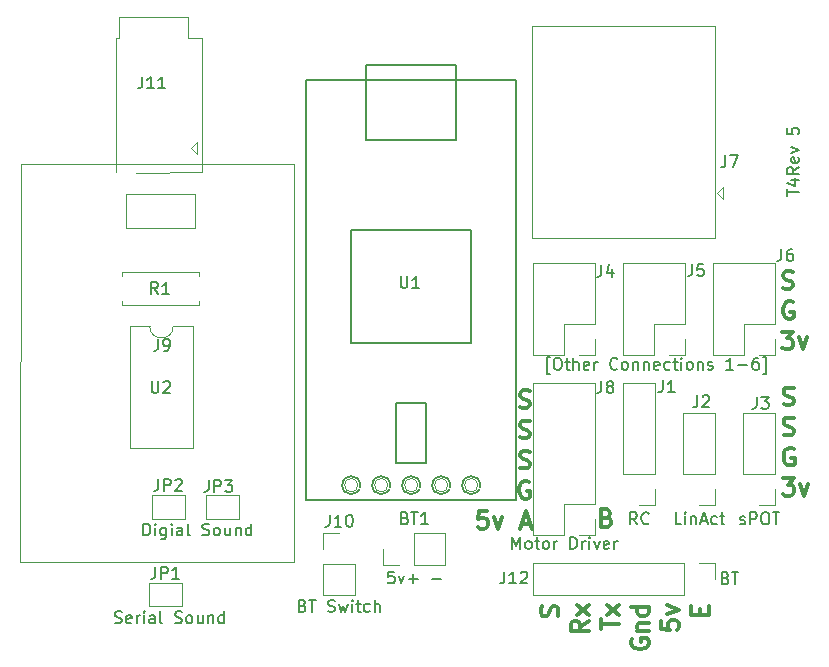
<source format=gbr>
G04 #@! TF.GenerationSoftware,KiCad,Pcbnew,(5.1.2)-2*
G04 #@! TF.CreationDate,2020-01-12T12:19:40-06:00*
G04 #@! TF.ProjectId,ControlBoardT4,436f6e74-726f-46c4-926f-61726454342e,rev?*
G04 #@! TF.SameCoordinates,Original*
G04 #@! TF.FileFunction,Legend,Top*
G04 #@! TF.FilePolarity,Positive*
%FSLAX46Y46*%
G04 Gerber Fmt 4.6, Leading zero omitted, Abs format (unit mm)*
G04 Created by KiCad (PCBNEW (5.1.2)-2) date 2020-01-12 12:19:40*
%MOMM*%
%LPD*%
G04 APERTURE LIST*
%ADD10C,0.299720*%
%ADD11C,0.150000*%
%ADD12C,0.300000*%
%ADD13C,0.120000*%
G04 APERTURE END LIST*
D10*
X159492042Y-111398957D02*
X159706128Y-111470319D01*
X159777490Y-111541680D01*
X159848852Y-111684404D01*
X159848852Y-111898490D01*
X159777490Y-112041214D01*
X159706128Y-112112576D01*
X159563404Y-112183938D01*
X158992509Y-112183938D01*
X158992509Y-110685338D01*
X159492042Y-110685338D01*
X159634766Y-110756700D01*
X159706128Y-110828061D01*
X159777490Y-110970785D01*
X159777490Y-111113509D01*
X159706128Y-111256233D01*
X159634766Y-111327595D01*
X159492042Y-111398957D01*
X158992509Y-111398957D01*
D11*
X174775880Y-84145071D02*
X174775880Y-83573642D01*
X175775880Y-83859357D02*
X174775880Y-83859357D01*
X175109214Y-82811738D02*
X175775880Y-82811738D01*
X174728261Y-83049833D02*
X175442547Y-83287928D01*
X175442547Y-82668880D01*
X175775880Y-81716500D02*
X175299690Y-82049833D01*
X175775880Y-82287928D02*
X174775880Y-82287928D01*
X174775880Y-81906976D01*
X174823500Y-81811738D01*
X174871119Y-81764119D01*
X174966357Y-81716500D01*
X175109214Y-81716500D01*
X175204452Y-81764119D01*
X175252071Y-81811738D01*
X175299690Y-81906976D01*
X175299690Y-82287928D01*
X175728261Y-80906976D02*
X175775880Y-81002214D01*
X175775880Y-81192690D01*
X175728261Y-81287928D01*
X175633023Y-81335547D01*
X175252071Y-81335547D01*
X175156833Y-81287928D01*
X175109214Y-81192690D01*
X175109214Y-81002214D01*
X175156833Y-80906976D01*
X175252071Y-80859357D01*
X175347309Y-80859357D01*
X175442547Y-81335547D01*
X175109214Y-80526023D02*
X175775880Y-80287928D01*
X175109214Y-80049833D01*
X174775880Y-78430785D02*
X174775880Y-78906976D01*
X175252071Y-78954595D01*
X175204452Y-78906976D01*
X175156833Y-78811738D01*
X175156833Y-78573642D01*
X175204452Y-78478404D01*
X175252071Y-78430785D01*
X175347309Y-78383166D01*
X175585404Y-78383166D01*
X175680642Y-78430785D01*
X175728261Y-78478404D01*
X175775880Y-78573642D01*
X175775880Y-78811738D01*
X175728261Y-78906976D01*
X175680642Y-78954595D01*
D12*
X155331642Y-119765357D02*
X155403071Y-119551071D01*
X155403071Y-119193928D01*
X155331642Y-119051071D01*
X155260214Y-118979642D01*
X155117357Y-118908214D01*
X154974500Y-118908214D01*
X154831642Y-118979642D01*
X154760214Y-119051071D01*
X154688785Y-119193928D01*
X154617357Y-119479642D01*
X154545928Y-119622500D01*
X154474500Y-119693928D01*
X154331642Y-119765357D01*
X154188785Y-119765357D01*
X154045928Y-119693928D01*
X153974500Y-119622500D01*
X153903071Y-119479642D01*
X153903071Y-119122500D01*
X153974500Y-118908214D01*
X157953071Y-120122500D02*
X157238785Y-120622500D01*
X157953071Y-120979642D02*
X156453071Y-120979642D01*
X156453071Y-120408214D01*
X156524500Y-120265357D01*
X156595928Y-120193928D01*
X156738785Y-120122500D01*
X156953071Y-120122500D01*
X157095928Y-120193928D01*
X157167357Y-120265357D01*
X157238785Y-120408214D01*
X157238785Y-120979642D01*
X157953071Y-119622500D02*
X156953071Y-118836785D01*
X156953071Y-119622500D02*
X157953071Y-118836785D01*
X159003071Y-120836785D02*
X159003071Y-119979642D01*
X160503071Y-120408214D02*
X159003071Y-120408214D01*
X160503071Y-119622500D02*
X159503071Y-118836785D01*
X159503071Y-119622500D02*
X160503071Y-118836785D01*
X161624500Y-121693928D02*
X161553071Y-121836785D01*
X161553071Y-122051071D01*
X161624500Y-122265357D01*
X161767357Y-122408214D01*
X161910214Y-122479642D01*
X162195928Y-122551071D01*
X162410214Y-122551071D01*
X162695928Y-122479642D01*
X162838785Y-122408214D01*
X162981642Y-122265357D01*
X163053071Y-122051071D01*
X163053071Y-121908214D01*
X162981642Y-121693928D01*
X162910214Y-121622500D01*
X162410214Y-121622500D01*
X162410214Y-121908214D01*
X162053071Y-120979642D02*
X163053071Y-120979642D01*
X162195928Y-120979642D02*
X162124500Y-120908214D01*
X162053071Y-120765357D01*
X162053071Y-120551071D01*
X162124500Y-120408214D01*
X162267357Y-120336785D01*
X163053071Y-120336785D01*
X163053071Y-118979642D02*
X161553071Y-118979642D01*
X162981642Y-118979642D02*
X163053071Y-119122500D01*
X163053071Y-119408214D01*
X162981642Y-119551071D01*
X162910214Y-119622500D01*
X162767357Y-119693928D01*
X162338785Y-119693928D01*
X162195928Y-119622500D01*
X162124500Y-119551071D01*
X162053071Y-119408214D01*
X162053071Y-119122500D01*
X162124500Y-118979642D01*
X164103071Y-120122500D02*
X164103071Y-120836785D01*
X164817357Y-120908214D01*
X164745928Y-120836785D01*
X164674500Y-120693928D01*
X164674500Y-120336785D01*
X164745928Y-120193928D01*
X164817357Y-120122500D01*
X164960214Y-120051071D01*
X165317357Y-120051071D01*
X165460214Y-120122500D01*
X165531642Y-120193928D01*
X165603071Y-120336785D01*
X165603071Y-120693928D01*
X165531642Y-120836785D01*
X165460214Y-120908214D01*
X164603071Y-119551071D02*
X165603071Y-119193928D01*
X164603071Y-118836785D01*
X167367357Y-119622500D02*
X167367357Y-119122500D01*
X168153071Y-118908214D02*
X168153071Y-119622500D01*
X166653071Y-119622500D01*
X166653071Y-118908214D01*
X152141642Y-102060142D02*
X152355928Y-102131571D01*
X152713071Y-102131571D01*
X152855928Y-102060142D01*
X152927357Y-101988714D01*
X152998785Y-101845857D01*
X152998785Y-101703000D01*
X152927357Y-101560142D01*
X152855928Y-101488714D01*
X152713071Y-101417285D01*
X152427357Y-101345857D01*
X152284500Y-101274428D01*
X152213071Y-101203000D01*
X152141642Y-101060142D01*
X152141642Y-100917285D01*
X152213071Y-100774428D01*
X152284500Y-100703000D01*
X152427357Y-100631571D01*
X152784500Y-100631571D01*
X152998785Y-100703000D01*
X152141642Y-104610142D02*
X152355928Y-104681571D01*
X152713071Y-104681571D01*
X152855928Y-104610142D01*
X152927357Y-104538714D01*
X152998785Y-104395857D01*
X152998785Y-104253000D01*
X152927357Y-104110142D01*
X152855928Y-104038714D01*
X152713071Y-103967285D01*
X152427357Y-103895857D01*
X152284500Y-103824428D01*
X152213071Y-103753000D01*
X152141642Y-103610142D01*
X152141642Y-103467285D01*
X152213071Y-103324428D01*
X152284500Y-103253000D01*
X152427357Y-103181571D01*
X152784500Y-103181571D01*
X152998785Y-103253000D01*
X152141642Y-107160142D02*
X152355928Y-107231571D01*
X152713071Y-107231571D01*
X152855928Y-107160142D01*
X152927357Y-107088714D01*
X152998785Y-106945857D01*
X152998785Y-106803000D01*
X152927357Y-106660142D01*
X152855928Y-106588714D01*
X152713071Y-106517285D01*
X152427357Y-106445857D01*
X152284500Y-106374428D01*
X152213071Y-106303000D01*
X152141642Y-106160142D01*
X152141642Y-106017285D01*
X152213071Y-105874428D01*
X152284500Y-105803000D01*
X152427357Y-105731571D01*
X152784500Y-105731571D01*
X152998785Y-105803000D01*
X152927357Y-108353000D02*
X152784500Y-108281571D01*
X152570214Y-108281571D01*
X152355928Y-108353000D01*
X152213071Y-108495857D01*
X152141642Y-108638714D01*
X152070214Y-108924428D01*
X152070214Y-109138714D01*
X152141642Y-109424428D01*
X152213071Y-109567285D01*
X152355928Y-109710142D01*
X152570214Y-109781571D01*
X152713071Y-109781571D01*
X152927357Y-109710142D01*
X152998785Y-109638714D01*
X152998785Y-109138714D01*
X152713071Y-109138714D01*
X149355928Y-110831571D02*
X148641642Y-110831571D01*
X148570214Y-111545857D01*
X148641642Y-111474428D01*
X148784500Y-111403000D01*
X149141642Y-111403000D01*
X149284500Y-111474428D01*
X149355928Y-111545857D01*
X149427357Y-111688714D01*
X149427357Y-112045857D01*
X149355928Y-112188714D01*
X149284500Y-112260142D01*
X149141642Y-112331571D01*
X148784500Y-112331571D01*
X148641642Y-112260142D01*
X148570214Y-112188714D01*
X149927357Y-111331571D02*
X150284500Y-112331571D01*
X150641642Y-111331571D01*
X152284500Y-111903000D02*
X152998785Y-111903000D01*
X152141642Y-112331571D02*
X152641642Y-110831571D01*
X153141642Y-112331571D01*
X174470714Y-101811142D02*
X174685000Y-101882571D01*
X175042142Y-101882571D01*
X175185000Y-101811142D01*
X175256428Y-101739714D01*
X175327857Y-101596857D01*
X175327857Y-101454000D01*
X175256428Y-101311142D01*
X175185000Y-101239714D01*
X175042142Y-101168285D01*
X174756428Y-101096857D01*
X174613571Y-101025428D01*
X174542142Y-100954000D01*
X174470714Y-100811142D01*
X174470714Y-100668285D01*
X174542142Y-100525428D01*
X174613571Y-100454000D01*
X174756428Y-100382571D01*
X175113571Y-100382571D01*
X175327857Y-100454000D01*
X174470714Y-104361142D02*
X174685000Y-104432571D01*
X175042142Y-104432571D01*
X175185000Y-104361142D01*
X175256428Y-104289714D01*
X175327857Y-104146857D01*
X175327857Y-104004000D01*
X175256428Y-103861142D01*
X175185000Y-103789714D01*
X175042142Y-103718285D01*
X174756428Y-103646857D01*
X174613571Y-103575428D01*
X174542142Y-103504000D01*
X174470714Y-103361142D01*
X174470714Y-103218285D01*
X174542142Y-103075428D01*
X174613571Y-103004000D01*
X174756428Y-102932571D01*
X175113571Y-102932571D01*
X175327857Y-103004000D01*
X175327857Y-105554000D02*
X175185000Y-105482571D01*
X174970714Y-105482571D01*
X174756428Y-105554000D01*
X174613571Y-105696857D01*
X174542142Y-105839714D01*
X174470714Y-106125428D01*
X174470714Y-106339714D01*
X174542142Y-106625428D01*
X174613571Y-106768285D01*
X174756428Y-106911142D01*
X174970714Y-106982571D01*
X175113571Y-106982571D01*
X175327857Y-106911142D01*
X175399285Y-106839714D01*
X175399285Y-106339714D01*
X175113571Y-106339714D01*
X174399285Y-108032571D02*
X175327857Y-108032571D01*
X174827857Y-108604000D01*
X175042142Y-108604000D01*
X175185000Y-108675428D01*
X175256428Y-108746857D01*
X175327857Y-108889714D01*
X175327857Y-109246857D01*
X175256428Y-109389714D01*
X175185000Y-109461142D01*
X175042142Y-109532571D01*
X174613571Y-109532571D01*
X174470714Y-109461142D01*
X174399285Y-109389714D01*
X175827857Y-108532571D02*
X176185000Y-109532571D01*
X176542142Y-108532571D01*
X174407214Y-91973642D02*
X174621500Y-92045071D01*
X174978642Y-92045071D01*
X175121500Y-91973642D01*
X175192928Y-91902214D01*
X175264357Y-91759357D01*
X175264357Y-91616500D01*
X175192928Y-91473642D01*
X175121500Y-91402214D01*
X174978642Y-91330785D01*
X174692928Y-91259357D01*
X174550071Y-91187928D01*
X174478642Y-91116500D01*
X174407214Y-90973642D01*
X174407214Y-90830785D01*
X174478642Y-90687928D01*
X174550071Y-90616500D01*
X174692928Y-90545071D01*
X175050071Y-90545071D01*
X175264357Y-90616500D01*
X175264357Y-93166500D02*
X175121500Y-93095071D01*
X174907214Y-93095071D01*
X174692928Y-93166500D01*
X174550071Y-93309357D01*
X174478642Y-93452214D01*
X174407214Y-93737928D01*
X174407214Y-93952214D01*
X174478642Y-94237928D01*
X174550071Y-94380785D01*
X174692928Y-94523642D01*
X174907214Y-94595071D01*
X175050071Y-94595071D01*
X175264357Y-94523642D01*
X175335785Y-94452214D01*
X175335785Y-93952214D01*
X175050071Y-93952214D01*
X174335785Y-95645071D02*
X175264357Y-95645071D01*
X174764357Y-96216500D01*
X174978642Y-96216500D01*
X175121500Y-96287928D01*
X175192928Y-96359357D01*
X175264357Y-96502214D01*
X175264357Y-96859357D01*
X175192928Y-97002214D01*
X175121500Y-97073642D01*
X174978642Y-97145071D01*
X174550071Y-97145071D01*
X174407214Y-97073642D01*
X174335785Y-97002214D01*
X175764357Y-96145071D02*
X176121500Y-97145071D01*
X176478642Y-96145071D01*
D13*
X124788400Y-79598900D02*
X124288400Y-80098900D01*
X124788400Y-80598900D02*
X124788400Y-79598900D01*
X124288400Y-80098900D02*
X124788400Y-80598900D01*
X117908500Y-70773500D02*
X117908500Y-82173500D01*
X119659400Y-82181700D02*
X125208500Y-82173500D01*
X124008500Y-70773500D02*
X125208500Y-70773500D01*
X117908500Y-70773500D02*
X118208500Y-70773500D01*
X124008500Y-68989500D02*
X118208500Y-68989500D01*
X125208500Y-70773500D02*
X125208500Y-82173500D01*
X124008500Y-70773500D02*
X124008500Y-68989500D01*
X118208500Y-70773500D02*
X118208500Y-68989500D01*
X118826600Y-86842600D02*
X118826600Y-84010500D01*
X124626600Y-86842600D02*
X118826600Y-86842600D01*
X124626600Y-84010500D02*
X124626600Y-86842600D01*
X118826600Y-84010500D02*
X124626600Y-84010500D01*
X109867700Y-81434500D02*
X133058500Y-81434500D01*
X133058500Y-81434500D02*
X133058500Y-115114500D01*
X109867700Y-81434500D02*
X109858500Y-115114500D01*
X109858500Y-115114500D02*
X133058500Y-115114500D01*
X173732500Y-110296000D02*
X172402500Y-110296000D01*
X173732500Y-108966000D02*
X173732500Y-110296000D01*
X173732500Y-107696000D02*
X171072500Y-107696000D01*
X171072500Y-107696000D02*
X171072500Y-102556000D01*
X173732500Y-107696000D02*
X173732500Y-102556000D01*
X173732500Y-102556000D02*
X171072500Y-102556000D01*
X120710500Y-116919500D02*
X123510500Y-116919500D01*
X123510500Y-116919500D02*
X123510500Y-118919500D01*
X123510500Y-118919500D02*
X120710500Y-118919500D01*
X120710500Y-118919500D02*
X120710500Y-116919500D01*
X125600000Y-109490000D02*
X128400000Y-109490000D01*
X128400000Y-109490000D02*
X128400000Y-111490000D01*
X128400000Y-111490000D02*
X125600000Y-111490000D01*
X125600000Y-111490000D02*
X125600000Y-109490000D01*
X120964500Y-109490000D02*
X123764500Y-109490000D01*
X123764500Y-109490000D02*
X123764500Y-111490000D01*
X123764500Y-111490000D02*
X120964500Y-111490000D01*
X120964500Y-111490000D02*
X120964500Y-109490000D01*
D11*
X137858500Y-96583500D02*
X148018500Y-96583500D01*
X148018500Y-87058500D02*
X137858500Y-87058500D01*
X137858500Y-87058500D02*
X137858500Y-96583500D01*
X148018500Y-87058500D02*
X148018500Y-96583500D01*
X151828500Y-109918500D02*
X151828500Y-74358500D01*
X134048500Y-74358500D02*
X134048500Y-109918500D01*
X139128500Y-74358500D02*
X139128500Y-73088500D01*
X139128500Y-73088500D02*
X146748500Y-73088500D01*
X146748500Y-73088500D02*
X146748500Y-74358500D01*
X139128500Y-79438500D02*
X146748500Y-79438500D01*
X146748500Y-79438500D02*
X146748500Y-74358500D01*
X139128500Y-79438500D02*
X139128500Y-74358500D01*
X144208500Y-101663500D02*
X144208500Y-106743500D01*
X144208500Y-106743500D02*
X141668500Y-106743500D01*
X141668500Y-106743500D02*
X141668500Y-101663500D01*
X141668500Y-101663500D02*
X144208500Y-101663500D01*
X151828500Y-109918500D02*
X134048500Y-109918500D01*
X134048500Y-74358500D02*
X151828500Y-74358500D01*
D13*
X148586461Y-108648500D02*
G75*
G03X148586461Y-108648500I-567961J0D01*
G01*
X148821719Y-108648500D02*
G75*
G03X148821719Y-108648500I-803219J0D01*
G01*
X148736920Y-108648500D02*
G75*
G03X148736920Y-108648500I-718420J0D01*
G01*
X146046461Y-108648500D02*
G75*
G03X146046461Y-108648500I-567961J0D01*
G01*
X146281719Y-108648500D02*
G75*
G03X146281719Y-108648500I-803219J0D01*
G01*
X146196920Y-108648500D02*
G75*
G03X146196920Y-108648500I-718420J0D01*
G01*
X143506461Y-108648500D02*
G75*
G03X143506461Y-108648500I-567961J0D01*
G01*
X143741719Y-108648500D02*
G75*
G03X143741719Y-108648500I-803219J0D01*
G01*
X143656920Y-108648500D02*
G75*
G03X143656920Y-108648500I-718420J0D01*
G01*
X140966461Y-108648500D02*
G75*
G03X140966461Y-108648500I-567961J0D01*
G01*
X141201719Y-108648500D02*
G75*
G03X141201719Y-108648500I-803219J0D01*
G01*
X141116920Y-108648500D02*
G75*
G03X141116920Y-108648500I-718420J0D01*
G01*
X138426461Y-108648500D02*
G75*
G03X138426461Y-108648500I-567961J0D01*
G01*
X138661719Y-108648500D02*
G75*
G03X138661719Y-108648500I-803219J0D01*
G01*
X138576920Y-108648500D02*
G75*
G03X138576920Y-108648500I-718420J0D01*
G01*
X153292500Y-115256000D02*
X153292500Y-117916000D01*
X166052500Y-115256000D02*
X153292500Y-115256000D01*
X166052500Y-117916000D02*
X153292500Y-117916000D01*
X166052500Y-115256000D02*
X166052500Y-117916000D01*
X167322500Y-115256000D02*
X168652500Y-115256000D01*
X168652500Y-115256000D02*
X168652500Y-116586000D01*
X145792500Y-115376000D02*
X145792500Y-112716000D01*
X143192500Y-115376000D02*
X145792500Y-115376000D01*
X143192500Y-112716000D02*
X145792500Y-112716000D01*
X143192500Y-115376000D02*
X143192500Y-112716000D01*
X141922500Y-115376000D02*
X140592500Y-115376000D01*
X140592500Y-115376000D02*
X140592500Y-114046000D01*
X166112500Y-97596000D02*
X164782500Y-97596000D01*
X166112500Y-96266000D02*
X166112500Y-97596000D01*
X163512500Y-97596000D02*
X160912500Y-97596000D01*
X163512500Y-94996000D02*
X163512500Y-97596000D01*
X166112500Y-94996000D02*
X163512500Y-94996000D01*
X160912500Y-97596000D02*
X160912500Y-89856000D01*
X166112500Y-94996000D02*
X166112500Y-89856000D01*
X166112500Y-89856000D02*
X160912500Y-89856000D01*
X158492500Y-89856000D02*
X153292500Y-89856000D01*
X158492500Y-94996000D02*
X158492500Y-89856000D01*
X153292500Y-97596000D02*
X153292500Y-89856000D01*
X158492500Y-94996000D02*
X155892500Y-94996000D01*
X155892500Y-94996000D02*
X155892500Y-97596000D01*
X155892500Y-97596000D02*
X153292500Y-97596000D01*
X158492500Y-96266000D02*
X158492500Y-97596000D01*
X158492500Y-97596000D02*
X157162500Y-97596000D01*
X158492500Y-100016000D02*
X153292500Y-100016000D01*
X158492500Y-110236000D02*
X158492500Y-100016000D01*
X153292500Y-112836000D02*
X153292500Y-100016000D01*
X158492500Y-110236000D02*
X155892500Y-110236000D01*
X155892500Y-110236000D02*
X155892500Y-112836000D01*
X155892500Y-112836000D02*
X153292500Y-112836000D01*
X158492500Y-111506000D02*
X158492500Y-112836000D01*
X158492500Y-112836000D02*
X157162500Y-112836000D01*
X173732500Y-89856000D02*
X168532500Y-89856000D01*
X173732500Y-94996000D02*
X173732500Y-89856000D01*
X168532500Y-97596000D02*
X168532500Y-89856000D01*
X173732500Y-94996000D02*
X171132500Y-94996000D01*
X171132500Y-94996000D02*
X171132500Y-97596000D01*
X171132500Y-97596000D02*
X168532500Y-97596000D01*
X173732500Y-96266000D02*
X173732500Y-97596000D01*
X173732500Y-97596000D02*
X172402500Y-97596000D01*
X163572500Y-100016000D02*
X160912500Y-100016000D01*
X163572500Y-107696000D02*
X163572500Y-100016000D01*
X160912500Y-107696000D02*
X160912500Y-100016000D01*
X163572500Y-107696000D02*
X160912500Y-107696000D01*
X163572500Y-108966000D02*
X163572500Y-110296000D01*
X163572500Y-110296000D02*
X162242500Y-110296000D01*
X168652500Y-102556000D02*
X165992500Y-102556000D01*
X168652500Y-107696000D02*
X168652500Y-102556000D01*
X165992500Y-107696000D02*
X165992500Y-102556000D01*
X168652500Y-107696000D02*
X165992500Y-107696000D01*
X168652500Y-108966000D02*
X168652500Y-110296000D01*
X168652500Y-110296000D02*
X167322500Y-110296000D01*
X169354000Y-83383500D02*
X168854000Y-83883500D01*
X169354000Y-84383500D02*
X169354000Y-83383500D01*
X168854000Y-83883500D02*
X169354000Y-84383500D01*
X168669000Y-69803500D02*
X153149000Y-69803500D01*
X153149000Y-87763500D02*
X153149000Y-69803500D01*
X153149000Y-87763500D02*
X168669000Y-87763500D01*
X168669000Y-87763500D02*
X168669000Y-69803500D01*
X135512500Y-117916000D02*
X138172500Y-117916000D01*
X135512500Y-115316000D02*
X135512500Y-117916000D01*
X138172500Y-115316000D02*
X138172500Y-117916000D01*
X135512500Y-115316000D02*
X138172500Y-115316000D01*
X135512500Y-114046000D02*
X135512500Y-112716000D01*
X135512500Y-112716000D02*
X136842500Y-112716000D01*
X122793000Y-95190000D02*
G75*
G02X120793000Y-95190000I-1000000J0D01*
G01*
X120793000Y-95190000D02*
X119143000Y-95190000D01*
X119143000Y-95190000D02*
X119143000Y-105470000D01*
X119143000Y-105470000D02*
X124443000Y-105470000D01*
X124443000Y-105470000D02*
X124443000Y-95190000D01*
X124443000Y-95190000D02*
X122793000Y-95190000D01*
X118459500Y-90971500D02*
X118459500Y-90641500D01*
X118459500Y-90641500D02*
X124999500Y-90641500D01*
X124999500Y-90641500D02*
X124999500Y-90971500D01*
X118459500Y-93051500D02*
X118459500Y-93381500D01*
X118459500Y-93381500D02*
X124999500Y-93381500D01*
X124999500Y-93381500D02*
X124999500Y-93051500D01*
D11*
X120157976Y-74064880D02*
X120157976Y-74779166D01*
X120110357Y-74922023D01*
X120015119Y-75017261D01*
X119872261Y-75064880D01*
X119777023Y-75064880D01*
X121157976Y-75064880D02*
X120586547Y-75064880D01*
X120872261Y-75064880D02*
X120872261Y-74064880D01*
X120777023Y-74207738D01*
X120681785Y-74302976D01*
X120586547Y-74350595D01*
X122110357Y-75064880D02*
X121538928Y-75064880D01*
X121824642Y-75064880D02*
X121824642Y-74064880D01*
X121729404Y-74207738D01*
X121634166Y-74302976D01*
X121538928Y-74350595D01*
X121510466Y-96264480D02*
X121510466Y-96978766D01*
X121462847Y-97121623D01*
X121367609Y-97216861D01*
X121224752Y-97264480D01*
X121129514Y-97264480D01*
X122034276Y-97264480D02*
X122224752Y-97264480D01*
X122319990Y-97216861D01*
X122367609Y-97169242D01*
X122462847Y-97026385D01*
X122510466Y-96835909D01*
X122510466Y-96454957D01*
X122462847Y-96359719D01*
X122415228Y-96312100D01*
X122319990Y-96264480D01*
X122129514Y-96264480D01*
X122034276Y-96312100D01*
X121986657Y-96359719D01*
X121939038Y-96454957D01*
X121939038Y-96693052D01*
X121986657Y-96788290D01*
X122034276Y-96835909D01*
X122129514Y-96883528D01*
X122319990Y-96883528D01*
X122415228Y-96835909D01*
X122462847Y-96788290D01*
X122510466Y-96693052D01*
X172196166Y-101179380D02*
X172196166Y-101893666D01*
X172148547Y-102036523D01*
X172053309Y-102131761D01*
X171910452Y-102179380D01*
X171815214Y-102179380D01*
X172577119Y-101179380D02*
X173196166Y-101179380D01*
X172862833Y-101560333D01*
X173005690Y-101560333D01*
X173100928Y-101607952D01*
X173148547Y-101655571D01*
X173196166Y-101750809D01*
X173196166Y-101988904D01*
X173148547Y-102084142D01*
X173100928Y-102131761D01*
X173005690Y-102179380D01*
X172719976Y-102179380D01*
X172624738Y-102131761D01*
X172577119Y-102084142D01*
X170783452Y-111910761D02*
X170878690Y-111958380D01*
X171069166Y-111958380D01*
X171164404Y-111910761D01*
X171212023Y-111815523D01*
X171212023Y-111767904D01*
X171164404Y-111672666D01*
X171069166Y-111625047D01*
X170926309Y-111625047D01*
X170831071Y-111577428D01*
X170783452Y-111482190D01*
X170783452Y-111434571D01*
X170831071Y-111339333D01*
X170926309Y-111291714D01*
X171069166Y-111291714D01*
X171164404Y-111339333D01*
X171640595Y-111958380D02*
X171640595Y-110958380D01*
X172021547Y-110958380D01*
X172116785Y-111006000D01*
X172164404Y-111053619D01*
X172212023Y-111148857D01*
X172212023Y-111291714D01*
X172164404Y-111386952D01*
X172116785Y-111434571D01*
X172021547Y-111482190D01*
X171640595Y-111482190D01*
X172831071Y-110958380D02*
X173021547Y-110958380D01*
X173116785Y-111006000D01*
X173212023Y-111101238D01*
X173259642Y-111291714D01*
X173259642Y-111625047D01*
X173212023Y-111815523D01*
X173116785Y-111910761D01*
X173021547Y-111958380D01*
X172831071Y-111958380D01*
X172735833Y-111910761D01*
X172640595Y-111815523D01*
X172592976Y-111625047D01*
X172592976Y-111291714D01*
X172640595Y-111101238D01*
X172735833Y-111006000D01*
X172831071Y-110958380D01*
X173545357Y-110958380D02*
X174116785Y-110958380D01*
X173831071Y-111958380D02*
X173831071Y-110958380D01*
X121277166Y-115571880D02*
X121277166Y-116286166D01*
X121229547Y-116429023D01*
X121134309Y-116524261D01*
X120991452Y-116571880D01*
X120896214Y-116571880D01*
X121753357Y-116571880D02*
X121753357Y-115571880D01*
X122134309Y-115571880D01*
X122229547Y-115619500D01*
X122277166Y-115667119D01*
X122324785Y-115762357D01*
X122324785Y-115905214D01*
X122277166Y-116000452D01*
X122229547Y-116048071D01*
X122134309Y-116095690D01*
X121753357Y-116095690D01*
X123277166Y-116571880D02*
X122705738Y-116571880D01*
X122991452Y-116571880D02*
X122991452Y-115571880D01*
X122896214Y-115714738D01*
X122800976Y-115809976D01*
X122705738Y-115857595D01*
X117848642Y-120292761D02*
X117991500Y-120340380D01*
X118229595Y-120340380D01*
X118324833Y-120292761D01*
X118372452Y-120245142D01*
X118420071Y-120149904D01*
X118420071Y-120054666D01*
X118372452Y-119959428D01*
X118324833Y-119911809D01*
X118229595Y-119864190D01*
X118039119Y-119816571D01*
X117943880Y-119768952D01*
X117896261Y-119721333D01*
X117848642Y-119626095D01*
X117848642Y-119530857D01*
X117896261Y-119435619D01*
X117943880Y-119388000D01*
X118039119Y-119340380D01*
X118277214Y-119340380D01*
X118420071Y-119388000D01*
X119229595Y-120292761D02*
X119134357Y-120340380D01*
X118943880Y-120340380D01*
X118848642Y-120292761D01*
X118801023Y-120197523D01*
X118801023Y-119816571D01*
X118848642Y-119721333D01*
X118943880Y-119673714D01*
X119134357Y-119673714D01*
X119229595Y-119721333D01*
X119277214Y-119816571D01*
X119277214Y-119911809D01*
X118801023Y-120007047D01*
X119705785Y-120340380D02*
X119705785Y-119673714D01*
X119705785Y-119864190D02*
X119753404Y-119768952D01*
X119801023Y-119721333D01*
X119896261Y-119673714D01*
X119991500Y-119673714D01*
X120324833Y-120340380D02*
X120324833Y-119673714D01*
X120324833Y-119340380D02*
X120277214Y-119388000D01*
X120324833Y-119435619D01*
X120372452Y-119388000D01*
X120324833Y-119340380D01*
X120324833Y-119435619D01*
X121229595Y-120340380D02*
X121229595Y-119816571D01*
X121181976Y-119721333D01*
X121086738Y-119673714D01*
X120896261Y-119673714D01*
X120801023Y-119721333D01*
X121229595Y-120292761D02*
X121134357Y-120340380D01*
X120896261Y-120340380D01*
X120801023Y-120292761D01*
X120753404Y-120197523D01*
X120753404Y-120102285D01*
X120801023Y-120007047D01*
X120896261Y-119959428D01*
X121134357Y-119959428D01*
X121229595Y-119911809D01*
X121848642Y-120340380D02*
X121753404Y-120292761D01*
X121705785Y-120197523D01*
X121705785Y-119340380D01*
X122943880Y-120292761D02*
X123086738Y-120340380D01*
X123324833Y-120340380D01*
X123420071Y-120292761D01*
X123467690Y-120245142D01*
X123515309Y-120149904D01*
X123515309Y-120054666D01*
X123467690Y-119959428D01*
X123420071Y-119911809D01*
X123324833Y-119864190D01*
X123134357Y-119816571D01*
X123039119Y-119768952D01*
X122991500Y-119721333D01*
X122943880Y-119626095D01*
X122943880Y-119530857D01*
X122991500Y-119435619D01*
X123039119Y-119388000D01*
X123134357Y-119340380D01*
X123372452Y-119340380D01*
X123515309Y-119388000D01*
X124086738Y-120340380D02*
X123991500Y-120292761D01*
X123943880Y-120245142D01*
X123896261Y-120149904D01*
X123896261Y-119864190D01*
X123943880Y-119768952D01*
X123991500Y-119721333D01*
X124086738Y-119673714D01*
X124229595Y-119673714D01*
X124324833Y-119721333D01*
X124372452Y-119768952D01*
X124420071Y-119864190D01*
X124420071Y-120149904D01*
X124372452Y-120245142D01*
X124324833Y-120292761D01*
X124229595Y-120340380D01*
X124086738Y-120340380D01*
X125277214Y-119673714D02*
X125277214Y-120340380D01*
X124848642Y-119673714D02*
X124848642Y-120197523D01*
X124896261Y-120292761D01*
X124991500Y-120340380D01*
X125134357Y-120340380D01*
X125229595Y-120292761D01*
X125277214Y-120245142D01*
X125753404Y-119673714D02*
X125753404Y-120340380D01*
X125753404Y-119768952D02*
X125801023Y-119721333D01*
X125896261Y-119673714D01*
X126039119Y-119673714D01*
X126134357Y-119721333D01*
X126181976Y-119816571D01*
X126181976Y-120340380D01*
X127086738Y-120340380D02*
X127086738Y-119340380D01*
X127086738Y-120292761D02*
X126991500Y-120340380D01*
X126801023Y-120340380D01*
X126705785Y-120292761D01*
X126658166Y-120245142D01*
X126610547Y-120149904D01*
X126610547Y-119864190D01*
X126658166Y-119768952D01*
X126705785Y-119721333D01*
X126801023Y-119673714D01*
X126991500Y-119673714D01*
X127086738Y-119721333D01*
X125793165Y-108222879D02*
X125793165Y-108937165D01*
X125745546Y-109080022D01*
X125650308Y-109175260D01*
X125507451Y-109222879D01*
X125412213Y-109222879D01*
X126269356Y-109222879D02*
X126269356Y-108222879D01*
X126650308Y-108222879D01*
X126745546Y-108270499D01*
X126793165Y-108318118D01*
X126840784Y-108413356D01*
X126840784Y-108556213D01*
X126793165Y-108651451D01*
X126745546Y-108699070D01*
X126650308Y-108746689D01*
X126269356Y-108746689D01*
X127174118Y-108222879D02*
X127793165Y-108222879D01*
X127459832Y-108603832D01*
X127602689Y-108603832D01*
X127697927Y-108651451D01*
X127745546Y-108699070D01*
X127793165Y-108794308D01*
X127793165Y-109032403D01*
X127745546Y-109127641D01*
X127697927Y-109175260D01*
X127602689Y-109222879D01*
X127316975Y-109222879D01*
X127221737Y-109175260D01*
X127174118Y-109127641D01*
X120269571Y-112908380D02*
X120269571Y-111908380D01*
X120507666Y-111908380D01*
X120650523Y-111956000D01*
X120745761Y-112051238D01*
X120793380Y-112146476D01*
X120841000Y-112336952D01*
X120841000Y-112479809D01*
X120793380Y-112670285D01*
X120745761Y-112765523D01*
X120650523Y-112860761D01*
X120507666Y-112908380D01*
X120269571Y-112908380D01*
X121269571Y-112908380D02*
X121269571Y-112241714D01*
X121269571Y-111908380D02*
X121221952Y-111956000D01*
X121269571Y-112003619D01*
X121317190Y-111956000D01*
X121269571Y-111908380D01*
X121269571Y-112003619D01*
X122174333Y-112241714D02*
X122174333Y-113051238D01*
X122126714Y-113146476D01*
X122079095Y-113194095D01*
X121983857Y-113241714D01*
X121841000Y-113241714D01*
X121745761Y-113194095D01*
X122174333Y-112860761D02*
X122079095Y-112908380D01*
X121888619Y-112908380D01*
X121793380Y-112860761D01*
X121745761Y-112813142D01*
X121698142Y-112717904D01*
X121698142Y-112432190D01*
X121745761Y-112336952D01*
X121793380Y-112289333D01*
X121888619Y-112241714D01*
X122079095Y-112241714D01*
X122174333Y-112289333D01*
X122650523Y-112908380D02*
X122650523Y-112241714D01*
X122650523Y-111908380D02*
X122602904Y-111956000D01*
X122650523Y-112003619D01*
X122698142Y-111956000D01*
X122650523Y-111908380D01*
X122650523Y-112003619D01*
X123555285Y-112908380D02*
X123555285Y-112384571D01*
X123507666Y-112289333D01*
X123412428Y-112241714D01*
X123221952Y-112241714D01*
X123126714Y-112289333D01*
X123555285Y-112860761D02*
X123460047Y-112908380D01*
X123221952Y-112908380D01*
X123126714Y-112860761D01*
X123079095Y-112765523D01*
X123079095Y-112670285D01*
X123126714Y-112575047D01*
X123221952Y-112527428D01*
X123460047Y-112527428D01*
X123555285Y-112479809D01*
X124174333Y-112908380D02*
X124079095Y-112860761D01*
X124031476Y-112765523D01*
X124031476Y-111908380D01*
X125269571Y-112860761D02*
X125412428Y-112908380D01*
X125650523Y-112908380D01*
X125745761Y-112860761D01*
X125793380Y-112813142D01*
X125841000Y-112717904D01*
X125841000Y-112622666D01*
X125793380Y-112527428D01*
X125745761Y-112479809D01*
X125650523Y-112432190D01*
X125460047Y-112384571D01*
X125364809Y-112336952D01*
X125317190Y-112289333D01*
X125269571Y-112194095D01*
X125269571Y-112098857D01*
X125317190Y-112003619D01*
X125364809Y-111956000D01*
X125460047Y-111908380D01*
X125698142Y-111908380D01*
X125841000Y-111956000D01*
X126412428Y-112908380D02*
X126317190Y-112860761D01*
X126269571Y-112813142D01*
X126221952Y-112717904D01*
X126221952Y-112432190D01*
X126269571Y-112336952D01*
X126317190Y-112289333D01*
X126412428Y-112241714D01*
X126555285Y-112241714D01*
X126650523Y-112289333D01*
X126698142Y-112336952D01*
X126745761Y-112432190D01*
X126745761Y-112717904D01*
X126698142Y-112813142D01*
X126650523Y-112860761D01*
X126555285Y-112908380D01*
X126412428Y-112908380D01*
X127602904Y-112241714D02*
X127602904Y-112908380D01*
X127174333Y-112241714D02*
X127174333Y-112765523D01*
X127221952Y-112860761D01*
X127317190Y-112908380D01*
X127460047Y-112908380D01*
X127555285Y-112860761D01*
X127602904Y-112813142D01*
X128079095Y-112241714D02*
X128079095Y-112908380D01*
X128079095Y-112336952D02*
X128126714Y-112289333D01*
X128221952Y-112241714D01*
X128364809Y-112241714D01*
X128460047Y-112289333D01*
X128507666Y-112384571D01*
X128507666Y-112908380D01*
X129412428Y-112908380D02*
X129412428Y-111908380D01*
X129412428Y-112860761D02*
X129317190Y-112908380D01*
X129126714Y-112908380D01*
X129031476Y-112860761D01*
X128983857Y-112813142D01*
X128936238Y-112717904D01*
X128936238Y-112432190D01*
X128983857Y-112336952D01*
X129031476Y-112289333D01*
X129126714Y-112241714D01*
X129317190Y-112241714D01*
X129412428Y-112289333D01*
X121531166Y-108142380D02*
X121531166Y-108856666D01*
X121483547Y-108999523D01*
X121388309Y-109094761D01*
X121245452Y-109142380D01*
X121150214Y-109142380D01*
X122007357Y-109142380D02*
X122007357Y-108142380D01*
X122388309Y-108142380D01*
X122483547Y-108190000D01*
X122531166Y-108237619D01*
X122578785Y-108332857D01*
X122578785Y-108475714D01*
X122531166Y-108570952D01*
X122483547Y-108618571D01*
X122388309Y-108666190D01*
X122007357Y-108666190D01*
X122959738Y-108237619D02*
X123007357Y-108190000D01*
X123102595Y-108142380D01*
X123340690Y-108142380D01*
X123435928Y-108190000D01*
X123483547Y-108237619D01*
X123531166Y-108332857D01*
X123531166Y-108428095D01*
X123483547Y-108570952D01*
X122912119Y-109142380D01*
X123531166Y-109142380D01*
X142049595Y-90955880D02*
X142049595Y-91765404D01*
X142097214Y-91860642D01*
X142144833Y-91908261D01*
X142240071Y-91955880D01*
X142430547Y-91955880D01*
X142525785Y-91908261D01*
X142573404Y-91860642D01*
X142621023Y-91765404D01*
X142621023Y-90955880D01*
X143621023Y-91955880D02*
X143049595Y-91955880D01*
X143335309Y-91955880D02*
X143335309Y-90955880D01*
X143240071Y-91098738D01*
X143144833Y-91193976D01*
X143049595Y-91241595D01*
X150828476Y-115974880D02*
X150828476Y-116689166D01*
X150780857Y-116832023D01*
X150685619Y-116927261D01*
X150542761Y-116974880D01*
X150447523Y-116974880D01*
X151828476Y-116974880D02*
X151257047Y-116974880D01*
X151542761Y-116974880D02*
X151542761Y-115974880D01*
X151447523Y-116117738D01*
X151352285Y-116212976D01*
X151257047Y-116260595D01*
X152209428Y-116070119D02*
X152257047Y-116022500D01*
X152352285Y-115974880D01*
X152590380Y-115974880D01*
X152685619Y-116022500D01*
X152733238Y-116070119D01*
X152780857Y-116165357D01*
X152780857Y-116260595D01*
X152733238Y-116403452D01*
X152161809Y-116974880D01*
X152780857Y-116974880D01*
X169552976Y-116514571D02*
X169695833Y-116562190D01*
X169743452Y-116609809D01*
X169791071Y-116705047D01*
X169791071Y-116847904D01*
X169743452Y-116943142D01*
X169695833Y-116990761D01*
X169600595Y-117038380D01*
X169219642Y-117038380D01*
X169219642Y-116038380D01*
X169552976Y-116038380D01*
X169648214Y-116086000D01*
X169695833Y-116133619D01*
X169743452Y-116228857D01*
X169743452Y-116324095D01*
X169695833Y-116419333D01*
X169648214Y-116466952D01*
X169552976Y-116514571D01*
X169219642Y-116514571D01*
X170076785Y-116038380D02*
X170648214Y-116038380D01*
X170362500Y-117038380D02*
X170362500Y-116038380D01*
X142406785Y-111434571D02*
X142549642Y-111482190D01*
X142597261Y-111529809D01*
X142644880Y-111625047D01*
X142644880Y-111767904D01*
X142597261Y-111863142D01*
X142549642Y-111910761D01*
X142454404Y-111958380D01*
X142073452Y-111958380D01*
X142073452Y-110958380D01*
X142406785Y-110958380D01*
X142502023Y-111006000D01*
X142549642Y-111053619D01*
X142597261Y-111148857D01*
X142597261Y-111244095D01*
X142549642Y-111339333D01*
X142502023Y-111386952D01*
X142406785Y-111434571D01*
X142073452Y-111434571D01*
X142930595Y-110958380D02*
X143502023Y-110958380D01*
X143216309Y-111958380D02*
X143216309Y-110958380D01*
X144359166Y-111958380D02*
X143787738Y-111958380D01*
X144073452Y-111958380D02*
X144073452Y-110958380D01*
X143978214Y-111101238D01*
X143882976Y-111196476D01*
X143787738Y-111244095D01*
X141494095Y-115974880D02*
X141017904Y-115974880D01*
X140970285Y-116451071D01*
X141017904Y-116403452D01*
X141113142Y-116355833D01*
X141351238Y-116355833D01*
X141446476Y-116403452D01*
X141494095Y-116451071D01*
X141541714Y-116546309D01*
X141541714Y-116784404D01*
X141494095Y-116879642D01*
X141446476Y-116927261D01*
X141351238Y-116974880D01*
X141113142Y-116974880D01*
X141017904Y-116927261D01*
X140970285Y-116879642D01*
X141875047Y-116308214D02*
X142113142Y-116974880D01*
X142351238Y-116308214D01*
X142732190Y-116593928D02*
X143494095Y-116593928D01*
X143113142Y-116974880D02*
X143113142Y-116212976D01*
X144732190Y-116593928D02*
X145494095Y-116593928D01*
X166735166Y-89939880D02*
X166735166Y-90654166D01*
X166687547Y-90797023D01*
X166592309Y-90892261D01*
X166449452Y-90939880D01*
X166354214Y-90939880D01*
X167687547Y-89939880D02*
X167211357Y-89939880D01*
X167163738Y-90416071D01*
X167211357Y-90368452D01*
X167306595Y-90320833D01*
X167544690Y-90320833D01*
X167639928Y-90368452D01*
X167687547Y-90416071D01*
X167735166Y-90511309D01*
X167735166Y-90749404D01*
X167687547Y-90844642D01*
X167639928Y-90892261D01*
X167544690Y-90939880D01*
X167306595Y-90939880D01*
X167211357Y-90892261D01*
X167163738Y-90844642D01*
X154679190Y-99210714D02*
X154441095Y-99210714D01*
X154441095Y-97782142D01*
X154679190Y-97782142D01*
X155250619Y-97877380D02*
X155441095Y-97877380D01*
X155536333Y-97925000D01*
X155631571Y-98020238D01*
X155679190Y-98210714D01*
X155679190Y-98544047D01*
X155631571Y-98734523D01*
X155536333Y-98829761D01*
X155441095Y-98877380D01*
X155250619Y-98877380D01*
X155155380Y-98829761D01*
X155060142Y-98734523D01*
X155012523Y-98544047D01*
X155012523Y-98210714D01*
X155060142Y-98020238D01*
X155155380Y-97925000D01*
X155250619Y-97877380D01*
X155964904Y-98210714D02*
X156345857Y-98210714D01*
X156107761Y-97877380D02*
X156107761Y-98734523D01*
X156155380Y-98829761D01*
X156250619Y-98877380D01*
X156345857Y-98877380D01*
X156679190Y-98877380D02*
X156679190Y-97877380D01*
X157107761Y-98877380D02*
X157107761Y-98353571D01*
X157060142Y-98258333D01*
X156964904Y-98210714D01*
X156822047Y-98210714D01*
X156726809Y-98258333D01*
X156679190Y-98305952D01*
X157964904Y-98829761D02*
X157869666Y-98877380D01*
X157679190Y-98877380D01*
X157583952Y-98829761D01*
X157536333Y-98734523D01*
X157536333Y-98353571D01*
X157583952Y-98258333D01*
X157679190Y-98210714D01*
X157869666Y-98210714D01*
X157964904Y-98258333D01*
X158012523Y-98353571D01*
X158012523Y-98448809D01*
X157536333Y-98544047D01*
X158441095Y-98877380D02*
X158441095Y-98210714D01*
X158441095Y-98401190D02*
X158488714Y-98305952D01*
X158536333Y-98258333D01*
X158631571Y-98210714D01*
X158726809Y-98210714D01*
X160393476Y-98782142D02*
X160345857Y-98829761D01*
X160203000Y-98877380D01*
X160107761Y-98877380D01*
X159964904Y-98829761D01*
X159869666Y-98734523D01*
X159822047Y-98639285D01*
X159774428Y-98448809D01*
X159774428Y-98305952D01*
X159822047Y-98115476D01*
X159869666Y-98020238D01*
X159964904Y-97925000D01*
X160107761Y-97877380D01*
X160203000Y-97877380D01*
X160345857Y-97925000D01*
X160393476Y-97972619D01*
X160964904Y-98877380D02*
X160869666Y-98829761D01*
X160822047Y-98782142D01*
X160774428Y-98686904D01*
X160774428Y-98401190D01*
X160822047Y-98305952D01*
X160869666Y-98258333D01*
X160964904Y-98210714D01*
X161107761Y-98210714D01*
X161203000Y-98258333D01*
X161250619Y-98305952D01*
X161298238Y-98401190D01*
X161298238Y-98686904D01*
X161250619Y-98782142D01*
X161203000Y-98829761D01*
X161107761Y-98877380D01*
X160964904Y-98877380D01*
X161726809Y-98210714D02*
X161726809Y-98877380D01*
X161726809Y-98305952D02*
X161774428Y-98258333D01*
X161869666Y-98210714D01*
X162012523Y-98210714D01*
X162107761Y-98258333D01*
X162155380Y-98353571D01*
X162155380Y-98877380D01*
X162631571Y-98210714D02*
X162631571Y-98877380D01*
X162631571Y-98305952D02*
X162679190Y-98258333D01*
X162774428Y-98210714D01*
X162917285Y-98210714D01*
X163012523Y-98258333D01*
X163060142Y-98353571D01*
X163060142Y-98877380D01*
X163917285Y-98829761D02*
X163822047Y-98877380D01*
X163631571Y-98877380D01*
X163536333Y-98829761D01*
X163488714Y-98734523D01*
X163488714Y-98353571D01*
X163536333Y-98258333D01*
X163631571Y-98210714D01*
X163822047Y-98210714D01*
X163917285Y-98258333D01*
X163964904Y-98353571D01*
X163964904Y-98448809D01*
X163488714Y-98544047D01*
X164822047Y-98829761D02*
X164726809Y-98877380D01*
X164536333Y-98877380D01*
X164441095Y-98829761D01*
X164393476Y-98782142D01*
X164345857Y-98686904D01*
X164345857Y-98401190D01*
X164393476Y-98305952D01*
X164441095Y-98258333D01*
X164536333Y-98210714D01*
X164726809Y-98210714D01*
X164822047Y-98258333D01*
X165107761Y-98210714D02*
X165488714Y-98210714D01*
X165250619Y-97877380D02*
X165250619Y-98734523D01*
X165298238Y-98829761D01*
X165393476Y-98877380D01*
X165488714Y-98877380D01*
X165822047Y-98877380D02*
X165822047Y-98210714D01*
X165822047Y-97877380D02*
X165774428Y-97925000D01*
X165822047Y-97972619D01*
X165869666Y-97925000D01*
X165822047Y-97877380D01*
X165822047Y-97972619D01*
X166441095Y-98877380D02*
X166345857Y-98829761D01*
X166298238Y-98782142D01*
X166250619Y-98686904D01*
X166250619Y-98401190D01*
X166298238Y-98305952D01*
X166345857Y-98258333D01*
X166441095Y-98210714D01*
X166583952Y-98210714D01*
X166679190Y-98258333D01*
X166726809Y-98305952D01*
X166774428Y-98401190D01*
X166774428Y-98686904D01*
X166726809Y-98782142D01*
X166679190Y-98829761D01*
X166583952Y-98877380D01*
X166441095Y-98877380D01*
X167203000Y-98210714D02*
X167203000Y-98877380D01*
X167203000Y-98305952D02*
X167250619Y-98258333D01*
X167345857Y-98210714D01*
X167488714Y-98210714D01*
X167583952Y-98258333D01*
X167631571Y-98353571D01*
X167631571Y-98877380D01*
X168060142Y-98829761D02*
X168155380Y-98877380D01*
X168345857Y-98877380D01*
X168441095Y-98829761D01*
X168488714Y-98734523D01*
X168488714Y-98686904D01*
X168441095Y-98591666D01*
X168345857Y-98544047D01*
X168203000Y-98544047D01*
X168107761Y-98496428D01*
X168060142Y-98401190D01*
X168060142Y-98353571D01*
X168107761Y-98258333D01*
X168203000Y-98210714D01*
X168345857Y-98210714D01*
X168441095Y-98258333D01*
X170203000Y-98877380D02*
X169631571Y-98877380D01*
X169917285Y-98877380D02*
X169917285Y-97877380D01*
X169822047Y-98020238D01*
X169726809Y-98115476D01*
X169631571Y-98163095D01*
X170631571Y-98496428D02*
X171393476Y-98496428D01*
X172298238Y-97877380D02*
X172107761Y-97877380D01*
X172012523Y-97925000D01*
X171964904Y-97972619D01*
X171869666Y-98115476D01*
X171822047Y-98305952D01*
X171822047Y-98686904D01*
X171869666Y-98782142D01*
X171917285Y-98829761D01*
X172012523Y-98877380D01*
X172203000Y-98877380D01*
X172298238Y-98829761D01*
X172345857Y-98782142D01*
X172393476Y-98686904D01*
X172393476Y-98448809D01*
X172345857Y-98353571D01*
X172298238Y-98305952D01*
X172203000Y-98258333D01*
X172012523Y-98258333D01*
X171917285Y-98305952D01*
X171869666Y-98353571D01*
X171822047Y-98448809D01*
X172726809Y-99210714D02*
X172964904Y-99210714D01*
X172964904Y-97782142D01*
X172726809Y-97782142D01*
X159051666Y-90003380D02*
X159051666Y-90717666D01*
X159004047Y-90860523D01*
X158908809Y-90955761D01*
X158765952Y-91003380D01*
X158670714Y-91003380D01*
X159956428Y-90336714D02*
X159956428Y-91003380D01*
X159718333Y-89955761D02*
X159480238Y-90670047D01*
X160099285Y-90670047D01*
X159051666Y-99845880D02*
X159051666Y-100560166D01*
X159004047Y-100703023D01*
X158908809Y-100798261D01*
X158765952Y-100845880D01*
X158670714Y-100845880D01*
X159670714Y-100274452D02*
X159575476Y-100226833D01*
X159527857Y-100179214D01*
X159480238Y-100083976D01*
X159480238Y-100036357D01*
X159527857Y-99941119D01*
X159575476Y-99893500D01*
X159670714Y-99845880D01*
X159861190Y-99845880D01*
X159956428Y-99893500D01*
X160004047Y-99941119D01*
X160051666Y-100036357D01*
X160051666Y-100083976D01*
X160004047Y-100179214D01*
X159956428Y-100226833D01*
X159861190Y-100274452D01*
X159670714Y-100274452D01*
X159575476Y-100322071D01*
X159527857Y-100369690D01*
X159480238Y-100464928D01*
X159480238Y-100655404D01*
X159527857Y-100750642D01*
X159575476Y-100798261D01*
X159670714Y-100845880D01*
X159861190Y-100845880D01*
X159956428Y-100798261D01*
X160004047Y-100750642D01*
X160051666Y-100655404D01*
X160051666Y-100464928D01*
X160004047Y-100369690D01*
X159956428Y-100322071D01*
X159861190Y-100274452D01*
X151511547Y-114053880D02*
X151511547Y-113053880D01*
X151844880Y-113768166D01*
X152178214Y-113053880D01*
X152178214Y-114053880D01*
X152797261Y-114053880D02*
X152702023Y-114006261D01*
X152654404Y-113958642D01*
X152606785Y-113863404D01*
X152606785Y-113577690D01*
X152654404Y-113482452D01*
X152702023Y-113434833D01*
X152797261Y-113387214D01*
X152940119Y-113387214D01*
X153035357Y-113434833D01*
X153082976Y-113482452D01*
X153130595Y-113577690D01*
X153130595Y-113863404D01*
X153082976Y-113958642D01*
X153035357Y-114006261D01*
X152940119Y-114053880D01*
X152797261Y-114053880D01*
X153416309Y-113387214D02*
X153797261Y-113387214D01*
X153559166Y-113053880D02*
X153559166Y-113911023D01*
X153606785Y-114006261D01*
X153702023Y-114053880D01*
X153797261Y-114053880D01*
X154273452Y-114053880D02*
X154178214Y-114006261D01*
X154130595Y-113958642D01*
X154082976Y-113863404D01*
X154082976Y-113577690D01*
X154130595Y-113482452D01*
X154178214Y-113434833D01*
X154273452Y-113387214D01*
X154416309Y-113387214D01*
X154511547Y-113434833D01*
X154559166Y-113482452D01*
X154606785Y-113577690D01*
X154606785Y-113863404D01*
X154559166Y-113958642D01*
X154511547Y-114006261D01*
X154416309Y-114053880D01*
X154273452Y-114053880D01*
X155035357Y-114053880D02*
X155035357Y-113387214D01*
X155035357Y-113577690D02*
X155082976Y-113482452D01*
X155130595Y-113434833D01*
X155225833Y-113387214D01*
X155321071Y-113387214D01*
X156416309Y-114053880D02*
X156416309Y-113053880D01*
X156654404Y-113053880D01*
X156797261Y-113101500D01*
X156892500Y-113196738D01*
X156940119Y-113291976D01*
X156987738Y-113482452D01*
X156987738Y-113625309D01*
X156940119Y-113815785D01*
X156892500Y-113911023D01*
X156797261Y-114006261D01*
X156654404Y-114053880D01*
X156416309Y-114053880D01*
X157416309Y-114053880D02*
X157416309Y-113387214D01*
X157416309Y-113577690D02*
X157463928Y-113482452D01*
X157511547Y-113434833D01*
X157606785Y-113387214D01*
X157702023Y-113387214D01*
X158035357Y-114053880D02*
X158035357Y-113387214D01*
X158035357Y-113053880D02*
X157987738Y-113101500D01*
X158035357Y-113149119D01*
X158082976Y-113101500D01*
X158035357Y-113053880D01*
X158035357Y-113149119D01*
X158416309Y-113387214D02*
X158654404Y-114053880D01*
X158892500Y-113387214D01*
X159654404Y-114006261D02*
X159559166Y-114053880D01*
X159368690Y-114053880D01*
X159273452Y-114006261D01*
X159225833Y-113911023D01*
X159225833Y-113530071D01*
X159273452Y-113434833D01*
X159368690Y-113387214D01*
X159559166Y-113387214D01*
X159654404Y-113434833D01*
X159702023Y-113530071D01*
X159702023Y-113625309D01*
X159225833Y-113720547D01*
X160130595Y-114053880D02*
X160130595Y-113387214D01*
X160130595Y-113577690D02*
X160178214Y-113482452D01*
X160225833Y-113434833D01*
X160321071Y-113387214D01*
X160416309Y-113387214D01*
X174291666Y-88669880D02*
X174291666Y-89384166D01*
X174244047Y-89527023D01*
X174148809Y-89622261D01*
X174005952Y-89669880D01*
X173910714Y-89669880D01*
X175196428Y-88669880D02*
X175005952Y-88669880D01*
X174910714Y-88717500D01*
X174863095Y-88765119D01*
X174767857Y-88907976D01*
X174720238Y-89098452D01*
X174720238Y-89479404D01*
X174767857Y-89574642D01*
X174815476Y-89622261D01*
X174910714Y-89669880D01*
X175101190Y-89669880D01*
X175196428Y-89622261D01*
X175244047Y-89574642D01*
X175291666Y-89479404D01*
X175291666Y-89241309D01*
X175244047Y-89146071D01*
X175196428Y-89098452D01*
X175101190Y-89050833D01*
X174910714Y-89050833D01*
X174815476Y-89098452D01*
X174767857Y-89146071D01*
X174720238Y-89241309D01*
X164258666Y-99782380D02*
X164258666Y-100496666D01*
X164211047Y-100639523D01*
X164115809Y-100734761D01*
X163972952Y-100782380D01*
X163877714Y-100782380D01*
X165258666Y-100782380D02*
X164687238Y-100782380D01*
X164972952Y-100782380D02*
X164972952Y-99782380D01*
X164877714Y-99925238D01*
X164782476Y-100020476D01*
X164687238Y-100068095D01*
X162052023Y-111958380D02*
X161718690Y-111482190D01*
X161480595Y-111958380D02*
X161480595Y-110958380D01*
X161861547Y-110958380D01*
X161956785Y-111006000D01*
X162004404Y-111053619D01*
X162052023Y-111148857D01*
X162052023Y-111291714D01*
X162004404Y-111386952D01*
X161956785Y-111434571D01*
X161861547Y-111482190D01*
X161480595Y-111482190D01*
X163052023Y-111863142D02*
X163004404Y-111910761D01*
X162861547Y-111958380D01*
X162766309Y-111958380D01*
X162623452Y-111910761D01*
X162528214Y-111815523D01*
X162480595Y-111720285D01*
X162432976Y-111529809D01*
X162432976Y-111386952D01*
X162480595Y-111196476D01*
X162528214Y-111101238D01*
X162623452Y-111006000D01*
X162766309Y-110958380D01*
X162861547Y-110958380D01*
X163004404Y-111006000D01*
X163052023Y-111053619D01*
X167179666Y-101052380D02*
X167179666Y-101766666D01*
X167132047Y-101909523D01*
X167036809Y-102004761D01*
X166893952Y-102052380D01*
X166798714Y-102052380D01*
X167608238Y-101147619D02*
X167655857Y-101100000D01*
X167751095Y-101052380D01*
X167989190Y-101052380D01*
X168084428Y-101100000D01*
X168132047Y-101147619D01*
X168179666Y-101242857D01*
X168179666Y-101338095D01*
X168132047Y-101480952D01*
X167560619Y-102052380D01*
X168179666Y-102052380D01*
X165798690Y-111958380D02*
X165322500Y-111958380D01*
X165322500Y-110958380D01*
X166132023Y-111958380D02*
X166132023Y-111291714D01*
X166132023Y-110958380D02*
X166084404Y-111006000D01*
X166132023Y-111053619D01*
X166179642Y-111006000D01*
X166132023Y-110958380D01*
X166132023Y-111053619D01*
X166608214Y-111291714D02*
X166608214Y-111958380D01*
X166608214Y-111386952D02*
X166655833Y-111339333D01*
X166751071Y-111291714D01*
X166893928Y-111291714D01*
X166989166Y-111339333D01*
X167036785Y-111434571D01*
X167036785Y-111958380D01*
X167465357Y-111672666D02*
X167941547Y-111672666D01*
X167370119Y-111958380D02*
X167703452Y-110958380D01*
X168036785Y-111958380D01*
X168798690Y-111910761D02*
X168703452Y-111958380D01*
X168512976Y-111958380D01*
X168417738Y-111910761D01*
X168370119Y-111863142D01*
X168322500Y-111767904D01*
X168322500Y-111482190D01*
X168370119Y-111386952D01*
X168417738Y-111339333D01*
X168512976Y-111291714D01*
X168703452Y-111291714D01*
X168798690Y-111339333D01*
X169084404Y-111291714D02*
X169465357Y-111291714D01*
X169227261Y-110958380D02*
X169227261Y-111815523D01*
X169274880Y-111910761D01*
X169370119Y-111958380D01*
X169465357Y-111958380D01*
X169529166Y-80732380D02*
X169529166Y-81446666D01*
X169481547Y-81589523D01*
X169386309Y-81684761D01*
X169243452Y-81732380D01*
X169148214Y-81732380D01*
X169910119Y-80732380D02*
X170576785Y-80732380D01*
X170148214Y-81732380D01*
X136032976Y-111168380D02*
X136032976Y-111882666D01*
X135985357Y-112025523D01*
X135890119Y-112120761D01*
X135747261Y-112168380D01*
X135652023Y-112168380D01*
X137032976Y-112168380D02*
X136461547Y-112168380D01*
X136747261Y-112168380D02*
X136747261Y-111168380D01*
X136652023Y-111311238D01*
X136556785Y-111406476D01*
X136461547Y-111454095D01*
X137652023Y-111168380D02*
X137747261Y-111168380D01*
X137842500Y-111216000D01*
X137890119Y-111263619D01*
X137937738Y-111358857D01*
X137985357Y-111549333D01*
X137985357Y-111787428D01*
X137937738Y-111977904D01*
X137890119Y-112073142D01*
X137842500Y-112120761D01*
X137747261Y-112168380D01*
X137652023Y-112168380D01*
X137556785Y-112120761D01*
X137509166Y-112073142D01*
X137461547Y-111977904D01*
X137413928Y-111787428D01*
X137413928Y-111549333D01*
X137461547Y-111358857D01*
X137509166Y-111263619D01*
X137556785Y-111216000D01*
X137652023Y-111168380D01*
X133747261Y-118844571D02*
X133890119Y-118892190D01*
X133937738Y-118939809D01*
X133985357Y-119035047D01*
X133985357Y-119177904D01*
X133937738Y-119273142D01*
X133890119Y-119320761D01*
X133794880Y-119368380D01*
X133413928Y-119368380D01*
X133413928Y-118368380D01*
X133747261Y-118368380D01*
X133842500Y-118416000D01*
X133890119Y-118463619D01*
X133937738Y-118558857D01*
X133937738Y-118654095D01*
X133890119Y-118749333D01*
X133842500Y-118796952D01*
X133747261Y-118844571D01*
X133413928Y-118844571D01*
X134271071Y-118368380D02*
X134842500Y-118368380D01*
X134556785Y-119368380D02*
X134556785Y-118368380D01*
X135890119Y-119320761D02*
X136032976Y-119368380D01*
X136271071Y-119368380D01*
X136366309Y-119320761D01*
X136413928Y-119273142D01*
X136461547Y-119177904D01*
X136461547Y-119082666D01*
X136413928Y-118987428D01*
X136366309Y-118939809D01*
X136271071Y-118892190D01*
X136080595Y-118844571D01*
X135985357Y-118796952D01*
X135937738Y-118749333D01*
X135890119Y-118654095D01*
X135890119Y-118558857D01*
X135937738Y-118463619D01*
X135985357Y-118416000D01*
X136080595Y-118368380D01*
X136318690Y-118368380D01*
X136461547Y-118416000D01*
X136794880Y-118701714D02*
X136985357Y-119368380D01*
X137175833Y-118892190D01*
X137366309Y-119368380D01*
X137556785Y-118701714D01*
X137937738Y-119368380D02*
X137937738Y-118701714D01*
X137937738Y-118368380D02*
X137890119Y-118416000D01*
X137937738Y-118463619D01*
X137985357Y-118416000D01*
X137937738Y-118368380D01*
X137937738Y-118463619D01*
X138271071Y-118701714D02*
X138652023Y-118701714D01*
X138413928Y-118368380D02*
X138413928Y-119225523D01*
X138461547Y-119320761D01*
X138556785Y-119368380D01*
X138652023Y-119368380D01*
X139413928Y-119320761D02*
X139318690Y-119368380D01*
X139128214Y-119368380D01*
X139032976Y-119320761D01*
X138985357Y-119273142D01*
X138937738Y-119177904D01*
X138937738Y-118892190D01*
X138985357Y-118796952D01*
X139032976Y-118749333D01*
X139128214Y-118701714D01*
X139318690Y-118701714D01*
X139413928Y-118749333D01*
X139842500Y-119368380D02*
X139842500Y-118368380D01*
X140271071Y-119368380D02*
X140271071Y-118844571D01*
X140223452Y-118749333D01*
X140128214Y-118701714D01*
X139985357Y-118701714D01*
X139890119Y-118749333D01*
X139842500Y-118796952D01*
X120967595Y-99845880D02*
X120967595Y-100655404D01*
X121015214Y-100750642D01*
X121062833Y-100798261D01*
X121158071Y-100845880D01*
X121348547Y-100845880D01*
X121443785Y-100798261D01*
X121491404Y-100750642D01*
X121539023Y-100655404D01*
X121539023Y-99845880D01*
X121967595Y-99941119D02*
X122015214Y-99893500D01*
X122110452Y-99845880D01*
X122348547Y-99845880D01*
X122443785Y-99893500D01*
X122491404Y-99941119D01*
X122539023Y-100036357D01*
X122539023Y-100131595D01*
X122491404Y-100274452D01*
X121919976Y-100845880D01*
X122539023Y-100845880D01*
X121499333Y-92463880D02*
X121166000Y-91987690D01*
X120927904Y-92463880D02*
X120927904Y-91463880D01*
X121308857Y-91463880D01*
X121404095Y-91511500D01*
X121451714Y-91559119D01*
X121499333Y-91654357D01*
X121499333Y-91797214D01*
X121451714Y-91892452D01*
X121404095Y-91940071D01*
X121308857Y-91987690D01*
X120927904Y-91987690D01*
X122451714Y-92463880D02*
X121880285Y-92463880D01*
X122166000Y-92463880D02*
X122166000Y-91463880D01*
X122070761Y-91606738D01*
X121975523Y-91701976D01*
X121880285Y-91749595D01*
M02*

</source>
